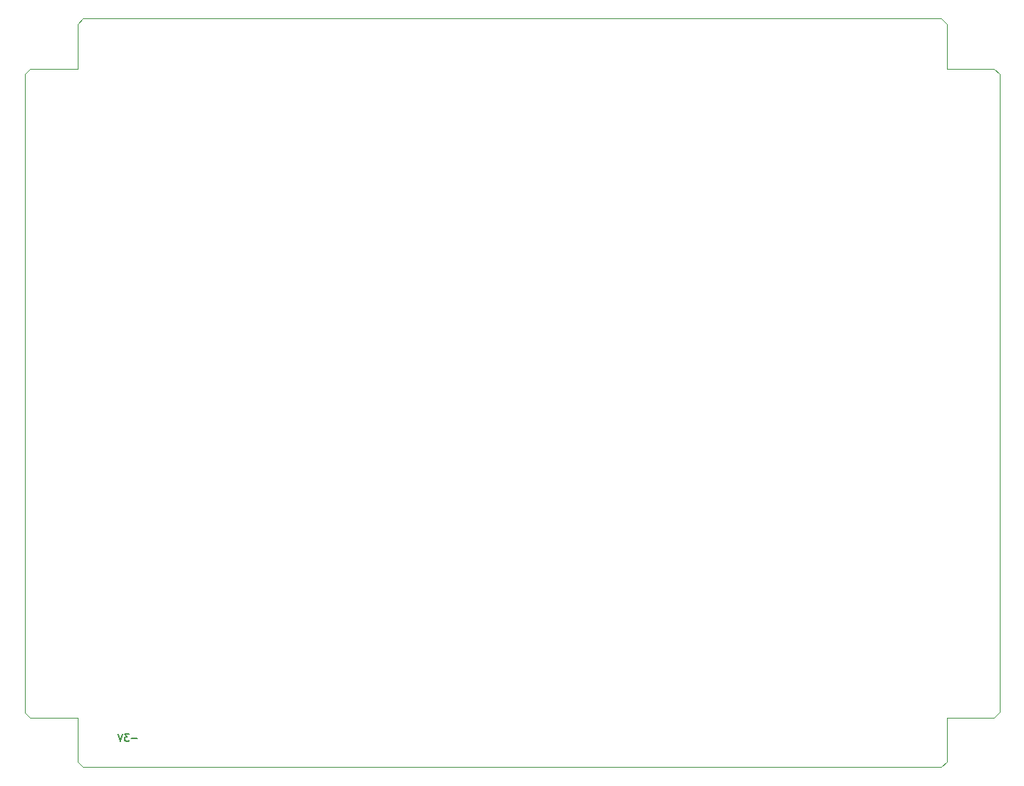
<source format=gbr>
%TF.GenerationSoftware,KiCad,Pcbnew,(5.1.6-0-10_14)*%
%TF.CreationDate,2020-10-12T07:31:40+01:00*%
%TF.ProjectId,ActiveMixerPedalWithDigitalPeakDetector,41637469-7665-44d6-9978-657250656461,rev?*%
%TF.SameCoordinates,Original*%
%TF.FileFunction,Legend,Bot*%
%TF.FilePolarity,Positive*%
%FSLAX46Y46*%
G04 Gerber Fmt 4.6, Leading zero omitted, Abs format (unit mm)*
G04 Created by KiCad (PCBNEW (5.1.6-0-10_14)) date 2020-10-12 07:31:40*
%MOMM*%
%LPD*%
G01*
G04 APERTURE LIST*
%ADD10C,0.150000*%
%TA.AperFunction,Profile*%
%ADD11C,0.050000*%
%TD*%
G04 APERTURE END LIST*
D10*
X55130571Y-137661642D02*
X54521047Y-137661642D01*
X54216285Y-137166404D02*
X53721047Y-137166404D01*
X53987714Y-137471166D01*
X53873428Y-137471166D01*
X53797238Y-137509261D01*
X53759142Y-137547357D01*
X53721047Y-137623547D01*
X53721047Y-137814023D01*
X53759142Y-137890214D01*
X53797238Y-137928309D01*
X53873428Y-137966404D01*
X54102000Y-137966404D01*
X54178190Y-137928309D01*
X54216285Y-137890214D01*
X53492476Y-137166404D02*
X53225809Y-137966404D01*
X52959142Y-137166404D01*
D11*
X148590000Y-140335000D02*
X147955000Y-140970000D01*
X148590000Y-135255000D02*
X148590000Y-140335000D01*
X154051000Y-135255000D02*
X148590000Y-135255000D01*
X154686000Y-134620000D02*
X154051000Y-135255000D01*
X154686000Y-60960000D02*
X154686000Y-134620000D01*
X154051000Y-60325000D02*
X154686000Y-60960000D01*
X148590000Y-60325000D02*
X154051000Y-60325000D01*
X148590000Y-55181500D02*
X148590000Y-60325000D01*
X147955000Y-54546500D02*
X148590000Y-55181500D01*
X48895000Y-54546500D02*
X147955000Y-54546500D01*
X48260000Y-55181500D02*
X48895000Y-54546500D01*
X48260000Y-60325000D02*
X48260000Y-55181500D01*
X42799000Y-60325000D02*
X48260000Y-60325000D01*
X42164000Y-60960000D02*
X42799000Y-60325000D01*
X42164000Y-134683500D02*
X42164000Y-60960000D01*
X42799000Y-135318500D02*
X42164000Y-134683500D01*
X48260000Y-135318500D02*
X42799000Y-135318500D01*
X48260000Y-140335000D02*
X48260000Y-135318500D01*
X48895000Y-140970000D02*
X48260000Y-140335000D01*
X147955000Y-140970000D02*
X48895000Y-140970000D01*
M02*

</source>
